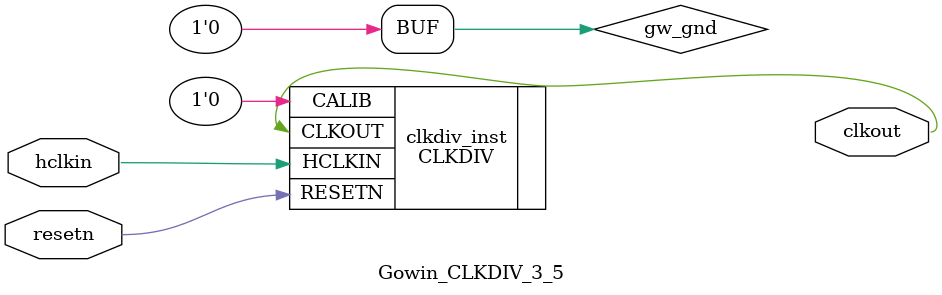
<source format=v>

module Gowin_CLKDIV_3_5 (clkout, hclkin, resetn);

output clkout;
input hclkin;
input resetn;

wire gw_gnd;

assign gw_gnd = 1'b0;

CLKDIV clkdiv_inst (
    .CLKOUT(clkout),
    .HCLKIN(hclkin),
    .RESETN(resetn),
    .CALIB(gw_gnd)
);

defparam clkdiv_inst.DIV_MODE = "3.5";
defparam clkdiv_inst.GSREN = "false";

endmodule //Gowin_CLKDIV_3_5

</source>
